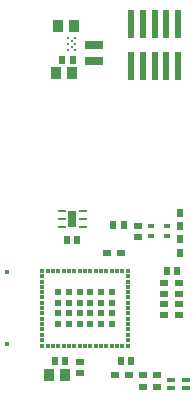
<source format=gtp>
G04*
G04 #@! TF.GenerationSoftware,Altium Limited,Altium Designer,22.8.2 (66)*
G04*
G04 Layer_Color=8421504*
%FSLAX44Y44*%
%MOMM*%
G71*
G04*
G04 #@! TF.SameCoordinates,1C822ADC-4D7C-47C7-80CC-BC155C960612*
G04*
G04*
G04 #@! TF.FilePolarity,Positive*
G04*
G01*
G75*
%ADD13R,0.5600X2.4000*%
%ADD14R,0.3500X0.3500*%
%ADD15R,0.3000X0.3500*%
%ADD16R,0.3500X0.3000*%
%ADD17R,0.6000X0.6000*%
%ADD18R,0.4300X0.4300*%
%ADD19R,0.6000X0.6400*%
%ADD20R,0.7000X0.2700*%
%ADD21R,0.6500X1.4500*%
%ADD22R,0.7500X0.6000*%
%ADD23C,0.2500*%
%ADD24R,0.9000X1.0000*%
%ADD25R,1.6000X0.6500*%
%ADD26R,0.8000X0.5000*%
%ADD27R,0.7000X0.4000*%
%ADD28R,0.6000X0.7500*%
%ADD29R,0.5000X0.3000*%
%ADD30R,0.6400X0.6000*%
D13*
X1685610Y531910D02*
D03*
Y567910D02*
D03*
X1695610Y531910D02*
D03*
Y567910D02*
D03*
X1705610Y531910D02*
D03*
Y567910D02*
D03*
X1715610Y531910D02*
D03*
Y567910D02*
D03*
X1725610Y531910D02*
D03*
Y567910D02*
D03*
D14*
X1610470Y295330D02*
D03*
Y358830D02*
D03*
X1682970Y295330D02*
D03*
Y358830D02*
D03*
D15*
X1615220Y295330D02*
D03*
X1619720D02*
D03*
X1624220D02*
D03*
X1628720D02*
D03*
X1633220D02*
D03*
X1637720D02*
D03*
X1642220D02*
D03*
X1646720D02*
D03*
X1651220D02*
D03*
X1655720D02*
D03*
X1660220D02*
D03*
X1664720D02*
D03*
X1669220D02*
D03*
X1673720D02*
D03*
X1678220D02*
D03*
Y358830D02*
D03*
X1673720D02*
D03*
X1669220D02*
D03*
X1664720D02*
D03*
X1660220D02*
D03*
X1655720D02*
D03*
X1651220D02*
D03*
X1646720D02*
D03*
X1642220D02*
D03*
X1637720D02*
D03*
X1633220D02*
D03*
X1628720D02*
D03*
X1624220D02*
D03*
X1619720D02*
D03*
X1615220D02*
D03*
D16*
X1682970Y300080D02*
D03*
Y304580D02*
D03*
Y309080D02*
D03*
Y313580D02*
D03*
Y318080D02*
D03*
Y322580D02*
D03*
Y327080D02*
D03*
Y331580D02*
D03*
Y336080D02*
D03*
Y340580D02*
D03*
Y345080D02*
D03*
Y349580D02*
D03*
Y354080D02*
D03*
X1610470D02*
D03*
Y349580D02*
D03*
Y345080D02*
D03*
Y340580D02*
D03*
Y336080D02*
D03*
Y331580D02*
D03*
Y327080D02*
D03*
Y322580D02*
D03*
Y318080D02*
D03*
Y313580D02*
D03*
Y309080D02*
D03*
Y304580D02*
D03*
Y300080D02*
D03*
D17*
X1624220Y313580D02*
D03*
X1633220D02*
D03*
X1642220D02*
D03*
X1651220D02*
D03*
X1660220D02*
D03*
X1669220D02*
D03*
Y340580D02*
D03*
X1660220D02*
D03*
X1651220D02*
D03*
X1642220D02*
D03*
X1633220D02*
D03*
X1624220D02*
D03*
X1669220Y322580D02*
D03*
Y331580D02*
D03*
X1624220D02*
D03*
Y322580D02*
D03*
X1633220D02*
D03*
X1642220D02*
D03*
X1651220D02*
D03*
X1660220D02*
D03*
Y331580D02*
D03*
X1651220D02*
D03*
X1642220D02*
D03*
X1633220D02*
D03*
D18*
X1580870Y296580D02*
D03*
Y357580D02*
D03*
D19*
X1621200Y281940D02*
D03*
X1630000D02*
D03*
X1685880D02*
D03*
X1677080D02*
D03*
X1631360Y384810D02*
D03*
X1640160D02*
D03*
X1679530Y397510D02*
D03*
X1670730D02*
D03*
X1636350Y537210D02*
D03*
X1627550D02*
D03*
X1715770Y358140D02*
D03*
X1724570D02*
D03*
D20*
X1626860Y409090D02*
D03*
Y402590D02*
D03*
Y396090D02*
D03*
X1644660D02*
D03*
Y402590D02*
D03*
Y409090D02*
D03*
D21*
X1635760Y402590D02*
D03*
D22*
X1665570Y373380D02*
D03*
X1677070D02*
D03*
X1696050Y270510D02*
D03*
X1707550D02*
D03*
X1684020D02*
D03*
X1672520D02*
D03*
X1696050Y260350D02*
D03*
X1707550D02*
D03*
D23*
X1632327Y555936D02*
D03*
X1638567D02*
D03*
X1635447Y553437D02*
D03*
X1632327Y550937D02*
D03*
X1638567D02*
D03*
X1635447Y548436D02*
D03*
X1632327Y545936D02*
D03*
X1638567D02*
D03*
D24*
X1623617Y566216D02*
D03*
X1637117D02*
D03*
X1622260Y525780D02*
D03*
X1635760D02*
D03*
X1629810Y270510D02*
D03*
X1616310D02*
D03*
D25*
X1654497Y549706D02*
D03*
Y536207D02*
D03*
D26*
X1713930Y321200D02*
D03*
Y330200D02*
D03*
Y339200D02*
D03*
Y348200D02*
D03*
X1725930D02*
D03*
Y339200D02*
D03*
Y330200D02*
D03*
Y321200D02*
D03*
D27*
X1719430Y259390D02*
D03*
X1732430D02*
D03*
Y266390D02*
D03*
X1719430D02*
D03*
D28*
X1727200Y407740D02*
D03*
Y396240D02*
D03*
Y373980D02*
D03*
Y385480D02*
D03*
D29*
X1716420Y396430D02*
D03*
Y388430D02*
D03*
X1702420Y396430D02*
D03*
Y388430D02*
D03*
D30*
X1642110Y272460D02*
D03*
Y281260D02*
D03*
X1691640Y396240D02*
D03*
Y387440D02*
D03*
M02*

</source>
